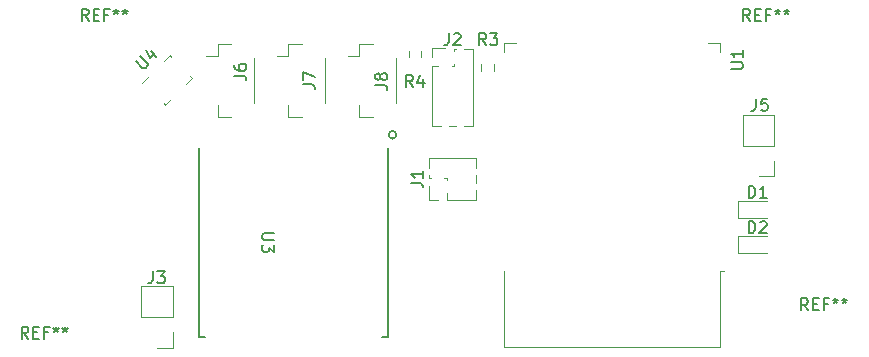
<source format=gbr>
%TF.GenerationSoftware,KiCad,Pcbnew,6.0.2+dfsg-1*%
%TF.CreationDate,2022-08-30T22:44:58-05:00*%
%TF.ProjectId,Rocket Tracker,526f636b-6574-4205-9472-61636b65722e,rev?*%
%TF.SameCoordinates,Original*%
%TF.FileFunction,Legend,Top*%
%TF.FilePolarity,Positive*%
%FSLAX46Y46*%
G04 Gerber Fmt 4.6, Leading zero omitted, Abs format (unit mm)*
G04 Created by KiCad (PCBNEW 6.0.2+dfsg-1) date 2022-08-30 22:44:58*
%MOMM*%
%LPD*%
G01*
G04 APERTURE LIST*
%ADD10C,0.150000*%
%ADD11C,0.120000*%
%ADD12C,0.203200*%
%ADD13C,0.100000*%
G04 APERTURE END LIST*
D10*
%TO.C,R4*%
X98133333Y-90852380D02*
X97800000Y-90376190D01*
X97561904Y-90852380D02*
X97561904Y-89852380D01*
X97942857Y-89852380D01*
X98038095Y-89900000D01*
X98085714Y-89947619D01*
X98133333Y-90042857D01*
X98133333Y-90185714D01*
X98085714Y-90280952D01*
X98038095Y-90328571D01*
X97942857Y-90376190D01*
X97561904Y-90376190D01*
X98990476Y-90185714D02*
X98990476Y-90852380D01*
X98752380Y-89804761D02*
X98514285Y-90519047D01*
X99133333Y-90519047D01*
%TO.C,R3*%
X104333333Y-87302380D02*
X104000000Y-86826190D01*
X103761904Y-87302380D02*
X103761904Y-86302380D01*
X104142857Y-86302380D01*
X104238095Y-86350000D01*
X104285714Y-86397619D01*
X104333333Y-86492857D01*
X104333333Y-86635714D01*
X104285714Y-86730952D01*
X104238095Y-86778571D01*
X104142857Y-86826190D01*
X103761904Y-86826190D01*
X104666666Y-86302380D02*
X105285714Y-86302380D01*
X104952380Y-86683333D01*
X105095238Y-86683333D01*
X105190476Y-86730952D01*
X105238095Y-86778571D01*
X105285714Y-86873809D01*
X105285714Y-87111904D01*
X105238095Y-87207142D01*
X105190476Y-87254761D01*
X105095238Y-87302380D01*
X104809523Y-87302380D01*
X104714285Y-87254761D01*
X104666666Y-87207142D01*
%TO.C,J6*%
X83002380Y-89883333D02*
X83716666Y-89883333D01*
X83859523Y-89930952D01*
X83954761Y-90026190D01*
X84002380Y-90169047D01*
X84002380Y-90264285D01*
X83002380Y-88978571D02*
X83002380Y-89169047D01*
X83050000Y-89264285D01*
X83097619Y-89311904D01*
X83240476Y-89407142D01*
X83430952Y-89454761D01*
X83811904Y-89454761D01*
X83907142Y-89407142D01*
X83954761Y-89359523D01*
X84002380Y-89264285D01*
X84002380Y-89073809D01*
X83954761Y-88978571D01*
X83907142Y-88930952D01*
X83811904Y-88883333D01*
X83573809Y-88883333D01*
X83478571Y-88930952D01*
X83430952Y-88978571D01*
X83383333Y-89073809D01*
X83383333Y-89264285D01*
X83430952Y-89359523D01*
X83478571Y-89407142D01*
X83573809Y-89454761D01*
%TO.C,J1*%
X97982380Y-98973333D02*
X98696666Y-98973333D01*
X98839523Y-99020952D01*
X98934761Y-99116190D01*
X98982380Y-99259047D01*
X98982380Y-99354285D01*
X98982380Y-97973333D02*
X98982380Y-98544761D01*
X98982380Y-98259047D02*
X97982380Y-98259047D01*
X98125238Y-98354285D01*
X98220476Y-98449523D01*
X98268095Y-98544761D01*
%TO.C,U3*%
X86347619Y-103238095D02*
X85538095Y-103238095D01*
X85442857Y-103285714D01*
X85395238Y-103333333D01*
X85347619Y-103428571D01*
X85347619Y-103619047D01*
X85395238Y-103714285D01*
X85442857Y-103761904D01*
X85538095Y-103809523D01*
X86347619Y-103809523D01*
X86347619Y-104190476D02*
X86347619Y-104809523D01*
X85966666Y-104476190D01*
X85966666Y-104619047D01*
X85919047Y-104714285D01*
X85871428Y-104761904D01*
X85776190Y-104809523D01*
X85538095Y-104809523D01*
X85442857Y-104761904D01*
X85395238Y-104714285D01*
X85347619Y-104619047D01*
X85347619Y-104333333D01*
X85395238Y-104238095D01*
X85442857Y-104190476D01*
%TO.C,U1*%
X125062380Y-89331904D02*
X125871904Y-89331904D01*
X125967142Y-89284285D01*
X126014761Y-89236666D01*
X126062380Y-89141428D01*
X126062380Y-88950952D01*
X126014761Y-88855714D01*
X125967142Y-88808095D01*
X125871904Y-88760476D01*
X125062380Y-88760476D01*
X126062380Y-87760476D02*
X126062380Y-88331904D01*
X126062380Y-88046190D02*
X125062380Y-88046190D01*
X125205238Y-88141428D01*
X125300476Y-88236666D01*
X125348095Y-88331904D01*
%TO.C,J7*%
X88802380Y-90633333D02*
X89516666Y-90633333D01*
X89659523Y-90680952D01*
X89754761Y-90776190D01*
X89802380Y-90919047D01*
X89802380Y-91014285D01*
X88802380Y-90252380D02*
X88802380Y-89585714D01*
X89802380Y-90014285D01*
%TO.C,D1*%
X126561904Y-100222380D02*
X126561904Y-99222380D01*
X126800000Y-99222380D01*
X126942857Y-99270000D01*
X127038095Y-99365238D01*
X127085714Y-99460476D01*
X127133333Y-99650952D01*
X127133333Y-99793809D01*
X127085714Y-99984285D01*
X127038095Y-100079523D01*
X126942857Y-100174761D01*
X126800000Y-100222380D01*
X126561904Y-100222380D01*
X128085714Y-100222380D02*
X127514285Y-100222380D01*
X127800000Y-100222380D02*
X127800000Y-99222380D01*
X127704761Y-99365238D01*
X127609523Y-99460476D01*
X127514285Y-99508095D01*
%TO.C,J5*%
X127166666Y-91852380D02*
X127166666Y-92566666D01*
X127119047Y-92709523D01*
X127023809Y-92804761D01*
X126880952Y-92852380D01*
X126785714Y-92852380D01*
X128119047Y-91852380D02*
X127642857Y-91852380D01*
X127595238Y-92328571D01*
X127642857Y-92280952D01*
X127738095Y-92233333D01*
X127976190Y-92233333D01*
X128071428Y-92280952D01*
X128119047Y-92328571D01*
X128166666Y-92423809D01*
X128166666Y-92661904D01*
X128119047Y-92757142D01*
X128071428Y-92804761D01*
X127976190Y-92852380D01*
X127738095Y-92852380D01*
X127642857Y-92804761D01*
X127595238Y-92757142D01*
%TO.C,J8*%
X94952380Y-90683333D02*
X95666666Y-90683333D01*
X95809523Y-90730952D01*
X95904761Y-90826190D01*
X95952380Y-90969047D01*
X95952380Y-91064285D01*
X95380952Y-90064285D02*
X95333333Y-90159523D01*
X95285714Y-90207142D01*
X95190476Y-90254761D01*
X95142857Y-90254761D01*
X95047619Y-90207142D01*
X95000000Y-90159523D01*
X94952380Y-90064285D01*
X94952380Y-89873809D01*
X95000000Y-89778571D01*
X95047619Y-89730952D01*
X95142857Y-89683333D01*
X95190476Y-89683333D01*
X95285714Y-89730952D01*
X95333333Y-89778571D01*
X95380952Y-89873809D01*
X95380952Y-90064285D01*
X95428571Y-90159523D01*
X95476190Y-90207142D01*
X95571428Y-90254761D01*
X95761904Y-90254761D01*
X95857142Y-90207142D01*
X95904761Y-90159523D01*
X95952380Y-90064285D01*
X95952380Y-89873809D01*
X95904761Y-89778571D01*
X95857142Y-89730952D01*
X95761904Y-89683333D01*
X95571428Y-89683333D01*
X95476190Y-89730952D01*
X95428571Y-89778571D01*
X95380952Y-89873809D01*
%TO.C,D2*%
X126561904Y-103222380D02*
X126561904Y-102222380D01*
X126800000Y-102222380D01*
X126942857Y-102270000D01*
X127038095Y-102365238D01*
X127085714Y-102460476D01*
X127133333Y-102650952D01*
X127133333Y-102793809D01*
X127085714Y-102984285D01*
X127038095Y-103079523D01*
X126942857Y-103174761D01*
X126800000Y-103222380D01*
X126561904Y-103222380D01*
X127514285Y-102317619D02*
X127561904Y-102270000D01*
X127657142Y-102222380D01*
X127895238Y-102222380D01*
X127990476Y-102270000D01*
X128038095Y-102317619D01*
X128085714Y-102412857D01*
X128085714Y-102508095D01*
X128038095Y-102650952D01*
X127466666Y-103222380D01*
X128085714Y-103222380D01*
%TO.C,U4*%
X74656259Y-88633755D02*
X75228679Y-89206175D01*
X75329694Y-89239847D01*
X75397038Y-89239847D01*
X75498053Y-89206175D01*
X75632740Y-89071488D01*
X75666412Y-88970473D01*
X75666412Y-88903129D01*
X75632740Y-88802114D01*
X75060320Y-88229694D01*
X75935786Y-87825633D02*
X76407190Y-88297038D01*
X75498053Y-87724618D02*
X75834771Y-88398053D01*
X76272503Y-87960320D01*
%TO.C,REF\u002A\u002A*%
X126666666Y-85252380D02*
X126333333Y-84776190D01*
X126095238Y-85252380D02*
X126095238Y-84252380D01*
X126476190Y-84252380D01*
X126571428Y-84300000D01*
X126619047Y-84347619D01*
X126666666Y-84442857D01*
X126666666Y-84585714D01*
X126619047Y-84680952D01*
X126571428Y-84728571D01*
X126476190Y-84776190D01*
X126095238Y-84776190D01*
X127095238Y-84728571D02*
X127428571Y-84728571D01*
X127571428Y-85252380D02*
X127095238Y-85252380D01*
X127095238Y-84252380D01*
X127571428Y-84252380D01*
X128333333Y-84728571D02*
X128000000Y-84728571D01*
X128000000Y-85252380D02*
X128000000Y-84252380D01*
X128476190Y-84252380D01*
X129000000Y-84252380D02*
X129000000Y-84490476D01*
X128761904Y-84395238D02*
X129000000Y-84490476D01*
X129238095Y-84395238D01*
X128857142Y-84680952D02*
X129000000Y-84490476D01*
X129142857Y-84680952D01*
X129761904Y-84252380D02*
X129761904Y-84490476D01*
X129523809Y-84395238D02*
X129761904Y-84490476D01*
X130000000Y-84395238D01*
X129619047Y-84680952D02*
X129761904Y-84490476D01*
X129904761Y-84680952D01*
%TO.C,J3*%
X76116666Y-106452380D02*
X76116666Y-107166666D01*
X76069047Y-107309523D01*
X75973809Y-107404761D01*
X75830952Y-107452380D01*
X75735714Y-107452380D01*
X76497619Y-106452380D02*
X77116666Y-106452380D01*
X76783333Y-106833333D01*
X76926190Y-106833333D01*
X77021428Y-106880952D01*
X77069047Y-106928571D01*
X77116666Y-107023809D01*
X77116666Y-107261904D01*
X77069047Y-107357142D01*
X77021428Y-107404761D01*
X76926190Y-107452380D01*
X76640476Y-107452380D01*
X76545238Y-107404761D01*
X76497619Y-107357142D01*
%TO.C,REF\u002A\u002A*%
X70666666Y-85252380D02*
X70333333Y-84776190D01*
X70095238Y-85252380D02*
X70095238Y-84252380D01*
X70476190Y-84252380D01*
X70571428Y-84300000D01*
X70619047Y-84347619D01*
X70666666Y-84442857D01*
X70666666Y-84585714D01*
X70619047Y-84680952D01*
X70571428Y-84728571D01*
X70476190Y-84776190D01*
X70095238Y-84776190D01*
X71095238Y-84728571D02*
X71428571Y-84728571D01*
X71571428Y-85252380D02*
X71095238Y-85252380D01*
X71095238Y-84252380D01*
X71571428Y-84252380D01*
X72333333Y-84728571D02*
X72000000Y-84728571D01*
X72000000Y-85252380D02*
X72000000Y-84252380D01*
X72476190Y-84252380D01*
X73000000Y-84252380D02*
X73000000Y-84490476D01*
X72761904Y-84395238D02*
X73000000Y-84490476D01*
X73238095Y-84395238D01*
X72857142Y-84680952D02*
X73000000Y-84490476D01*
X73142857Y-84680952D01*
X73761904Y-84252380D02*
X73761904Y-84490476D01*
X73523809Y-84395238D02*
X73761904Y-84490476D01*
X74000000Y-84395238D01*
X73619047Y-84680952D02*
X73761904Y-84490476D01*
X73904761Y-84680952D01*
X131566666Y-109752380D02*
X131233333Y-109276190D01*
X130995238Y-109752380D02*
X130995238Y-108752380D01*
X131376190Y-108752380D01*
X131471428Y-108800000D01*
X131519047Y-108847619D01*
X131566666Y-108942857D01*
X131566666Y-109085714D01*
X131519047Y-109180952D01*
X131471428Y-109228571D01*
X131376190Y-109276190D01*
X130995238Y-109276190D01*
X131995238Y-109228571D02*
X132328571Y-109228571D01*
X132471428Y-109752380D02*
X131995238Y-109752380D01*
X131995238Y-108752380D01*
X132471428Y-108752380D01*
X133233333Y-109228571D02*
X132900000Y-109228571D01*
X132900000Y-109752380D02*
X132900000Y-108752380D01*
X133376190Y-108752380D01*
X133900000Y-108752380D02*
X133900000Y-108990476D01*
X133661904Y-108895238D02*
X133900000Y-108990476D01*
X134138095Y-108895238D01*
X133757142Y-109180952D02*
X133900000Y-108990476D01*
X134042857Y-109180952D01*
X134661904Y-108752380D02*
X134661904Y-108990476D01*
X134423809Y-108895238D02*
X134661904Y-108990476D01*
X134900000Y-108895238D01*
X134519047Y-109180952D02*
X134661904Y-108990476D01*
X134804761Y-109180952D01*
X65566666Y-112152380D02*
X65233333Y-111676190D01*
X64995238Y-112152380D02*
X64995238Y-111152380D01*
X65376190Y-111152380D01*
X65471428Y-111200000D01*
X65519047Y-111247619D01*
X65566666Y-111342857D01*
X65566666Y-111485714D01*
X65519047Y-111580952D01*
X65471428Y-111628571D01*
X65376190Y-111676190D01*
X64995238Y-111676190D01*
X65995238Y-111628571D02*
X66328571Y-111628571D01*
X66471428Y-112152380D02*
X65995238Y-112152380D01*
X65995238Y-111152380D01*
X66471428Y-111152380D01*
X67233333Y-111628571D02*
X66900000Y-111628571D01*
X66900000Y-112152380D02*
X66900000Y-111152380D01*
X67376190Y-111152380D01*
X67900000Y-111152380D02*
X67900000Y-111390476D01*
X67661904Y-111295238D02*
X67900000Y-111390476D01*
X68138095Y-111295238D01*
X67757142Y-111580952D02*
X67900000Y-111390476D01*
X68042857Y-111580952D01*
X68661904Y-111152380D02*
X68661904Y-111390476D01*
X68423809Y-111295238D02*
X68661904Y-111390476D01*
X68900000Y-111295238D01*
X68519047Y-111580952D02*
X68661904Y-111390476D01*
X68804761Y-111580952D01*
%TO.C,J2*%
X101166666Y-86302380D02*
X101166666Y-87016666D01*
X101119047Y-87159523D01*
X101023809Y-87254761D01*
X100880952Y-87302380D01*
X100785714Y-87302380D01*
X101595238Y-86397619D02*
X101642857Y-86350000D01*
X101738095Y-86302380D01*
X101976190Y-86302380D01*
X102071428Y-86350000D01*
X102119047Y-86397619D01*
X102166666Y-86492857D01*
X102166666Y-86588095D01*
X102119047Y-86730952D01*
X101547619Y-87302380D01*
X102166666Y-87302380D01*
D11*
%TO.C,R4*%
X97777500Y-88304724D02*
X97777500Y-87795276D01*
X98822500Y-88304724D02*
X98822500Y-87795276D01*
%TO.C,R3*%
X104972500Y-88945276D02*
X104972500Y-89454724D01*
X103927500Y-88945276D02*
X103927500Y-89454724D01*
%TO.C,J6*%
X82740000Y-93410000D02*
X81590000Y-93410000D01*
X84710000Y-88360000D02*
X84710000Y-92240000D01*
X81590000Y-87190000D02*
X81590000Y-88240000D01*
X81590000Y-88240000D02*
X80600000Y-88240000D01*
X81590000Y-93410000D02*
X81590000Y-92360000D01*
X82740000Y-87190000D02*
X81590000Y-87190000D01*
%TO.C,J1*%
X100985000Y-98711529D02*
X100985000Y-98568471D01*
X100985000Y-100405000D02*
X103460000Y-100405000D01*
X99465000Y-100405000D02*
X99465000Y-99275000D01*
X99530000Y-97697470D02*
X99530000Y-96875000D01*
X103460000Y-97697470D02*
X103460000Y-96875000D01*
X99530000Y-96875000D02*
X103460000Y-96875000D01*
X99661529Y-98515000D02*
X99530000Y-98515000D01*
X100225000Y-100405000D02*
X99465000Y-100405000D01*
X103460000Y-100405000D02*
X103460000Y-99582530D01*
X100931529Y-98515000D02*
X100788471Y-98515000D01*
X103460000Y-98967470D02*
X103460000Y-98312530D01*
X99530000Y-98515000D02*
X99530000Y-98312530D01*
X100985000Y-100405000D02*
X100985000Y-99838471D01*
D12*
%TO.C,U3*%
X80500000Y-112000000D02*
X80000000Y-112000000D01*
X96000000Y-112000000D02*
X95500000Y-112000000D01*
X96000000Y-96000000D02*
X96000000Y-112000000D01*
X80000000Y-112000000D02*
X80000000Y-96000000D01*
X96716200Y-94900000D02*
G75*
G03*
X96716200Y-94900000I-316200J0D01*
G01*
D11*
%TO.C,U1*%
X124120000Y-87900000D02*
X124120000Y-87120000D01*
X124120000Y-106445000D02*
X124500000Y-106445000D01*
X124120000Y-87120000D02*
X123120000Y-87120000D01*
X105880000Y-87120000D02*
X106880000Y-87120000D01*
X105880000Y-112865000D02*
X105880000Y-106445000D01*
X124120000Y-112865000D02*
X105880000Y-112865000D01*
X105880000Y-87900000D02*
X105880000Y-87120000D01*
X124120000Y-112865000D02*
X124120000Y-106445000D01*
%TO.C,J7*%
X87590000Y-93410000D02*
X87590000Y-92360000D01*
X88740000Y-93410000D02*
X87590000Y-93410000D01*
X87590000Y-88240000D02*
X86600000Y-88240000D01*
X87590000Y-87190000D02*
X87590000Y-88240000D01*
X90710000Y-88360000D02*
X90710000Y-92240000D01*
X88740000Y-87190000D02*
X87590000Y-87190000D01*
%TO.C,D1*%
X125640000Y-100465000D02*
X125640000Y-101935000D01*
X125640000Y-101935000D02*
X128100000Y-101935000D01*
X128100000Y-100465000D02*
X125640000Y-100465000D01*
%TO.C,J5*%
X128730000Y-95805000D02*
X128730000Y-93205000D01*
X128730000Y-97075000D02*
X128730000Y-98405000D01*
X128730000Y-98405000D02*
X127400000Y-98405000D01*
X126070000Y-95805000D02*
X126070000Y-93205000D01*
X128730000Y-95805000D02*
X126070000Y-95805000D01*
X128730000Y-93205000D02*
X126070000Y-93205000D01*
%TO.C,J8*%
X93590000Y-87190000D02*
X93590000Y-88240000D01*
X96710000Y-88360000D02*
X96710000Y-92240000D01*
X93590000Y-88240000D02*
X92600000Y-88240000D01*
X94740000Y-93410000D02*
X93590000Y-93410000D01*
X93590000Y-93410000D02*
X93590000Y-92360000D01*
X94740000Y-87190000D02*
X93590000Y-87190000D01*
%TO.C,D2*%
X125640000Y-103465000D02*
X125640000Y-104935000D01*
X125640000Y-104935000D02*
X128100000Y-104935000D01*
X128100000Y-103465000D02*
X125640000Y-103465000D01*
D13*
%TO.C,U4*%
X75193324Y-90497487D02*
X75773152Y-89917660D01*
X79435965Y-90073223D02*
X78926848Y-90582340D01*
X79280402Y-89917660D02*
X79435965Y-90073223D01*
X77173223Y-92335965D02*
X77682340Y-91826848D01*
X77526777Y-88164035D02*
X77682340Y-88319598D01*
X77173223Y-92335965D02*
X77017660Y-92180402D01*
X77017660Y-88673152D02*
X77526777Y-88164035D01*
D11*
%TO.C,J3*%
X77780000Y-110330000D02*
X75120000Y-110330000D01*
X75120000Y-110330000D02*
X75120000Y-107730000D01*
X77780000Y-111600000D02*
X77780000Y-112930000D01*
X77780000Y-112930000D02*
X76450000Y-112930000D01*
X77780000Y-110330000D02*
X77780000Y-107730000D01*
X77780000Y-107730000D02*
X75120000Y-107730000D01*
%TO.C,J2*%
X103250000Y-87655000D02*
X103250000Y-94125000D01*
X101610000Y-89056529D02*
X101610000Y-88913471D01*
X99720000Y-88350000D02*
X99720000Y-87590000D01*
X101610000Y-87655000D02*
X101812470Y-87655000D01*
X101157530Y-94125000D02*
X101812470Y-94125000D01*
X102427530Y-94125000D02*
X103250000Y-94125000D01*
X99720000Y-89110000D02*
X100286529Y-89110000D01*
X102427530Y-87655000D02*
X103250000Y-87655000D01*
X99720000Y-94125000D02*
X100542470Y-94125000D01*
X101610000Y-87786529D02*
X101610000Y-87655000D01*
X99720000Y-89110000D02*
X99720000Y-94125000D01*
X101413471Y-89110000D02*
X101556529Y-89110000D01*
X99720000Y-87590000D02*
X100850000Y-87590000D01*
%TD*%
M02*

</source>
